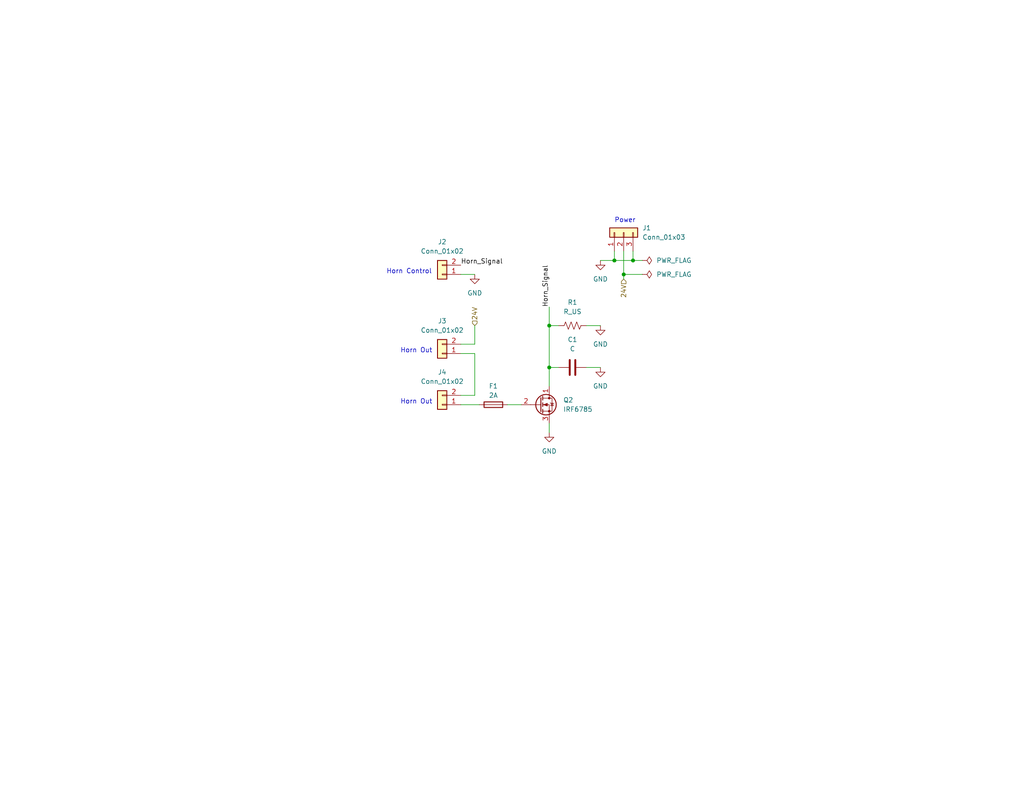
<source format=kicad_sch>
(kicad_sch (version 20230121) (generator eeschema)
  (paper "USLetter")
  (title_block (title "Horns Board") (date "2023-09-25") (rev "1.0") (company "Illini Solar Car") (comment 1 "Designed By: Yubo Wu"))
  (lib_symbols
    (symbol "Connector_Generic:Conn_01x02" (pin_names (offset 1.016) hide)
      (property "Reference" "J" (at 0 2.54 0))
      (property "Value" "Conn_01x02" (at 0 -5.08 0))
      (symbol "Conn_01x02_1_1"
        (rectangle (start -1.27 -2.413) (end 0 -2.667) (stroke (width 0.1524)))
        (rectangle (start -1.27 0.127) (end 0 -0.127) (stroke (width 0.1524)))
        (rectangle (start -1.27 1.27) (end 1.27 -3.81) (stroke (width 0.254)) (fill (type background)))
        (pin passive line (at -5.08 0 0) (length 3.81) (name "Pin_1") (number "1"))
        (pin passive line (at -5.08 -2.54 0) (length 3.81) (name "Pin_2") (number "2"))
      )
    )
    (symbol "Connector_Generic:Conn_01x03" (pin_names (offset 1.016) hide)
      (property "Reference" "J" (at 0 5.08 0))
      (property "Value" "Conn_01x03" (at 0 -5.08 0))
      (symbol "Conn_01x03_1_1"
        (rectangle (start -1.27 -2.413) (end 0 -2.667) (stroke (width 0.1524)))
        (rectangle (start -1.27 0.127) (end 0 -0.127) (stroke (width 0.1524)))
        (rectangle (start -1.27 2.667) (end 0 2.413) (stroke (width 0.1524)))
        (rectangle (start -1.27 3.81) (end 1.27 -3.81) (stroke (width 0.254)) (fill (type background)))
        (pin passive line (at -5.08 2.54 0) (length 3.81) (name "Pin_1") (number "1"))
        (pin passive line (at -5.08 0 0) (length 3.81) (name "Pin_2") (number "2"))
        (pin passive line (at -5.08 -2.54 0) (length 3.81) (name "Pin_3") (number "3"))
      )
    )
    (symbol "Device:C" (pin_numbers hide) (pin_names (offset 0.254))
      (property "Reference" "C" (at 0.635 2.54 0))
      (property "Value" "C" (at 0.635 -2.54 0))
      (symbol "C_0_1"
        (polyline (pts (xy -2.032 -0.762) (xy 2.032 -0.762)) (stroke (width 0.508)))
        (polyline (pts (xy -2.032 0.762) (xy 2.032 0.762)) (stroke (width 0.508)))
      )
      (symbol "C_1_1"
        (pin passive line (at 0 3.81 270) (length 2.794) (name "~") (number "1"))
        (pin passive line (at 0 -3.81 90) (length 2.794) (name "~") (number "2"))
      )
    )
    (symbol "Device:R_US" (pin_numbers hide) (pin_names (offset 0))
      (property "Reference" "R" (at 2.54 0 90))
      (property "Value" "R_US" (at -2.54 0 90))
      (symbol "R_US_0_1"
        (polyline (pts (xy 0 -2.286) (xy 0 -2.54)))
        (polyline (pts (xy 0 2.286) (xy 0 2.54)))
        (polyline (pts (xy 0 -0.762) (xy 1.016 -1.143) (xy 0 -1.524) (xy -1.016 -1.905) (xy 0 -2.286)))
        (polyline (pts (xy 0 0.762) (xy 1.016 0.381) (xy 0 0) (xy -1.016 -0.381) (xy 0 -0.762)))
        (polyline (pts (xy 0 2.286) (xy 1.016 1.905) (xy 0 1.524) (xy -1.016 1.143) (xy 0 0.762)))
      )
      (symbol "R_US_1_1"
        (pin passive line (at 0 3.81 270) (length 1.27) (name "~") (number "1"))
        (pin passive line (at 0 -3.81 90) (length 1.27) (name "~") (number "2"))
      )
    )
    (symbol "Transistor_FET:IRF6785" (pin_names hide)
      (property "Reference" "Q" (at 5.08 1.905 0))
      (property "Value" "IRF6785" (at 5.08 0 0))
      (symbol "IRF6785_0_1"
        (polyline (pts (xy 0.254 0) (xy -2.54 0)))
        (polyline (pts (xy 0.254 1.905) (xy 0.254 -1.905)) (stroke (width 0.254)))
        (polyline (pts (xy 0.762 -1.27) (xy 0.762 -2.286)) (stroke (width 0.254)))
        (polyline (pts (xy 0.762 0.508) (xy 0.762 -0.508)) (stroke (width 0.254)))
        (polyline (pts (xy 0.762 2.286) (xy 0.762 1.27)) (stroke (width 0.254)))
        (polyline (pts (xy 2.54 2.54) (xy 2.54 1.778)))
        (polyline (pts (xy 2.54 -2.54) (xy 2.54 0) (xy 0.762 0)))
        (polyline (pts (xy 0.762 -1.778) (xy 3.302 -1.778) (xy 3.302 1.778) (xy 0.762 1.778)))
        (polyline (pts (xy 1.016 0) (xy 2.032 0.381) (xy 2.032 -0.381) (xy 1.016 0)) (fill (type outline)))
        (polyline (pts (xy 2.794 0.508) (xy 2.921 0.381) (xy 3.683 0.381) (xy 3.81 0.254)))
        (polyline (pts (xy 3.302 0.381) (xy 2.921 -0.254) (xy 3.683 -0.254) (xy 3.302 0.381)))
        (circle (center 1.651 0) (radius 2.794) (stroke (width 0.254)))
        (circle (center 2.54 -1.778) (radius 0.254) (fill (type outline)))
        (circle (center 2.54 1.778) (radius 0.254) (fill (type outline)))
      )
      (symbol "IRF6785_1_1"
        (pin passive line (at 2.54 5.08 270) (length 2.54) (name "D") (number "1"))
        (pin input line (at -5.08 0 0) (length 2.54) (name "G") (number "2"))
        (pin passive line (at 2.54 -5.08 90) (length 2.54) (name "S") (number "3"))
      )
    )
    (symbol "device:Fuse" (pin_numbers hide) (pin_names (offset 0))
      (property "Reference" "F" (at 2.032 0 90))
      (property "Value" "Fuse" (at -1.905 0 90))
      (symbol "Fuse_0_1"
        (rectangle (start -0.762 -2.54) (end 0.762 2.54) (stroke (width 0.254)))
        (polyline (pts (xy 0 2.54) (xy 0 -2.54)))
      )
      (symbol "Fuse_1_1"
        (pin passive line (at 0 3.81 270) (length 1.27) (name "~") (number "1"))
        (pin passive line (at 0 -3.81 90) (length 1.27) (name "~") (number "2"))
      )
    )
    (symbol "power:GND" (power) (pin_names (offset 0))
      (property "Value" "GND" (at 0 -3.81 0))
      (symbol "GND_0_1"
        (polyline (pts (xy 0 0) (xy 0 -1.27) (xy 1.27 -1.27) (xy 0 -2.54) (xy -1.27 -1.27) (xy 0 -1.27)))
      )
      (symbol "GND_1_1"
        (pin power_in line (at 0 0 270) (length 0) hide (name "GND") (number "1"))
      )
    )
    (symbol "power:PWR_FLAG" (power) (pin_numbers hide) (pin_names (offset 0) hide)
      (property "Value" "PWR_FLAG" (at 0 3.81 0))
      (symbol "PWR_FLAG_0_0"
        (pin power_out line (at 0 0 90) (length 0) (name "pwr") (number "1"))
      )
      (symbol "PWR_FLAG_0_1"
        (polyline (pts (xy 0 0) (xy 0 1.27) (xy -1.016 1.905) (xy 0 2.54) (xy 1.016 1.905) (xy 0 1.27)))
      )
    )
  )
  (junction (at 149.86 88.9))
  (junction (at 172.72 71.12))
  (junction (at 167.64 71.12))
  (junction (at 149.86 100.33))
  (junction (at 170.18 74.93))
  (wire (pts (xy 149.86 100.33) (xy 149.86 105.41)))
  (wire (pts (xy 125.73 110.49) (xy 130.81 110.49)))
  (wire (pts (xy 129.54 107.95) (xy 125.73 107.95)))
  (wire (pts (xy 167.64 68.58) (xy 167.64 71.12)))
  (wire (pts (xy 149.86 100.33) (xy 152.4 100.33)))
  (wire (pts (xy 149.86 88.9) (xy 149.86 100.33)))
  (wire (pts (xy 167.64 71.12) (xy 172.72 71.12)))
  (wire (pts (xy 129.54 93.98) (xy 125.73 93.98)))
  (wire (pts (xy 170.18 74.93) (xy 170.18 76.2)))
  (wire (pts (xy 149.86 115.57) (xy 149.86 118.11)))
  (wire (pts (xy 149.86 88.9) (xy 152.4 88.9)))
  (wire (pts (xy 138.43 110.49) (xy 142.24 110.49)))
  (wire (pts (xy 129.54 96.52) (xy 129.54 107.95)))
  (wire (pts (xy 170.18 68.58) (xy 170.18 74.93)))
  (wire (pts (xy 160.02 88.9) (xy 163.83 88.9)))
  (wire (pts (xy 129.54 88.9) (xy 129.54 93.98)))
  (wire (pts (xy 172.72 71.12) (xy 172.72 68.58)))
  (wire (pts (xy 149.86 83.82) (xy 149.86 88.9)))
  (wire (pts (xy 172.72 71.12) (xy 175.26 71.12)))
  (wire (pts (xy 170.18 74.93) (xy 175.26 74.93)))
  (wire (pts (xy 167.64 71.12) (xy 163.83 71.12)))
  (wire (pts (xy 125.73 74.93) (xy 129.54 74.93)))
  (wire (pts (xy 125.73 96.52) (xy 129.54 96.52)))
  (wire (pts (xy 160.02 100.33) (xy 163.83 100.33)))
  (text "Power" (at 167.64 60.96 0) (effects (font (size 1.27 1.27)) (justify left bottom)))
  (text "Horn Control" (at 105.41 74.93 0) (effects (font (size 1.27 1.27)) (justify left bottom)))
  (text "Horn Out" (at 109.22 96.52 0) (effects (font (size 1.27 1.27)) (justify left bottom)))
  (text "Horn Out" (at 109.22 110.49 0) (effects (font (size 1.27 1.27)) (justify left bottom)))
  (label "Horn_Signal" (at 149.86 83.82 90))
  (label "Horn_Signal" (at 125.73 72.39 0))
  (hierarchical_label "24V" (shape input) (at 170.18 76.2 270))
  (hierarchical_label "24V" (shape input) (at 129.54 88.9 90))
  (symbol (lib_id "power:GND") (at 163.83 100.33 0) (unit 1)
    (property "Reference" "#PWR05" (effects hide))
    (property "Value" "GND" (at 163.83 105.41 0))
  )
  (symbol (lib_id "device:Fuse") (at 134.62 110.49 90) (unit 1)
    (property "Reference" "F1" (at 134.62 105.41 90))
    (property "Value" "2A" (at 134.62 107.95 90))
    (property "Footprint" "Fuse:Fuse_0603_1608Metric_Pad1.05x0.95mm_HandSolder" (effects hide))
  )
  (symbol (lib_id "power:PWR_FLAG") (at 175.26 74.93 270) (unit 1)
    (property "Reference" "#FLG02" (effects hide))
    (property "Value" "PWR_FLAG" (at 179.07 74.93 90) (effects (justify left)))
  )
  (symbol (lib_id "Transistor_FET:IRF6785") (at 147.32 110.49 0) (unit 1)
    (property "Reference" "Q2" (at 153.67 109.22 0) (effects (justify left)))
    (property "Value" "IRF6785" (at 153.67 111.76 0) (effects (justify left)))
    (property "Footprint" "Package_DirectFET:DirectFET_MZ" (effects hide))
    (property "Datasheet" "https://www.infineon.com/dgdl/irf6785mpbf.pdf?fileId=5546d462533600a4015355ed8cc31aa2" (effects hide))
  )
  (symbol (lib_id "power:GND") (at 149.86 118.11 0) (unit 1)
    (property "Reference" "#PWR03" (effects hide))
    (property "Value" "GND" (at 149.86 123.19 0))
  )
  (symbol (lib_id "Connector_Generic:Conn_01x03") (at 170.18 63.5 90) (unit 1)
    (property "Reference" "J1" (at 175.26 62.23 90) (effects (justify right)))
    (property "Value" "Conn_01x03" (at 175.26 64.77 90) (effects (justify right)))
    (property "Footprint" "Connector_Molex:Molex_KK-254_AE-6410-03A_1x03_P2.54mm_Vertical" (effects hide))
  )
  (symbol (lib_id "power:GND") (at 163.83 88.9 0) (unit 1)
    (property "Reference" "#PWR04" (effects hide))
    (property "Value" "GND" (at 163.83 93.98 0))
  )
  (symbol (lib_id "power:PWR_FLAG") (at 175.26 71.12 270) (unit 1)
    (property "Reference" "#FLG01" (effects hide))
    (property "Value" "PWR_FLAG" (at 179.07 71.12 90) (effects (justify left)))
  )
  (symbol (lib_id "Connector_Generic:Conn_01x02") (at 120.65 96.52 180) (unit 1)
    (property "Reference" "J3" (at 120.65 87.63 0))
    (property "Value" "Conn_01x02" (at 120.65 90.17 0))
    (property "Footprint" "Connector_Molex:Molex_KK-254_AE-6410-02A_1x02_P2.54mm_Vertical" (effects hide))
  )
  (symbol (lib_id "Device:C") (at 156.21 100.33 90) (unit 1)
    (property "Reference" "C1" (at 156.21 92.71 90))
    (property "Value" "C" (at 156.21 95.25 90))
    (property "Footprint" "Capacitor_SMD:C_0603_1608Metric_Pad1.08x0.95mm_HandSolder" (effects hide))
  )
  (symbol (lib_id "power:GND") (at 129.54 74.93 0) (unit 1)
    (property "Reference" "#PWR02" (effects hide))
    (property "Value" "GND" (at 129.54 80.01 0))
  )
  (symbol (lib_id "Device:R_US") (at 156.21 88.9 90) (unit 1)
    (property "Reference" "R1" (at 156.21 82.55 90))
    (property "Value" "R_US" (at 156.21 85.09 90))
    (property "Footprint" "Resistor_SMD:R_0603_1608Metric_Pad0.98x0.95mm_HandSolder" (effects hide))
  )
  (symbol (lib_id "power:GND") (at 163.83 71.12 0) (unit 1)
    (property "Reference" "#PWR01" (effects hide))
    (property "Value" "GND" (at 163.83 76.2 0))
  )
  (symbol (lib_id "Connector_Generic:Conn_01x02") (at 120.65 110.49 180) (unit 1)
    (property "Reference" "J4" (at 120.65 101.6 0))
    (property "Value" "Conn_01x02" (at 120.65 104.14 0))
    (property "Footprint" "Connector_Molex:Molex_KK-254_AE-6410-02A_1x02_P2.54mm_Vertical" (effects hide))
  )
  (symbol (lib_id "Connector_Generic:Conn_01x02") (at 120.65 74.93 180) (unit 1)
    (property "Reference" "J2" (at 120.65 66.04 0))
    (property "Value" "Conn_01x02" (at 120.65 68.58 0))
    (property "Footprint" "Connector_Molex:Molex_KK-254_AE-6410-02A_1x02_P2.54mm_Vertical" (effects hide))
  )
)
</source>
